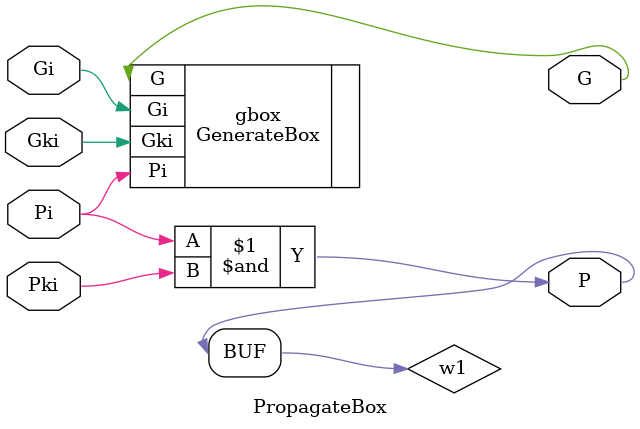
<source format=v>
module PropagateBox(Pi, Gi, Pki, Gki, P, G);
  
  input Pi, Gi, Pki, Gki;
  output P, G;
  
  reg P, G;
  
  wire w1;
  
  and(w1, Pi, Pki);
  assign w1 = P;
  
  GenerateBox gbox(.Pi(Pi), .Gi(Gi), .Gki(Gki), .G(G));

endmodule
</source>
